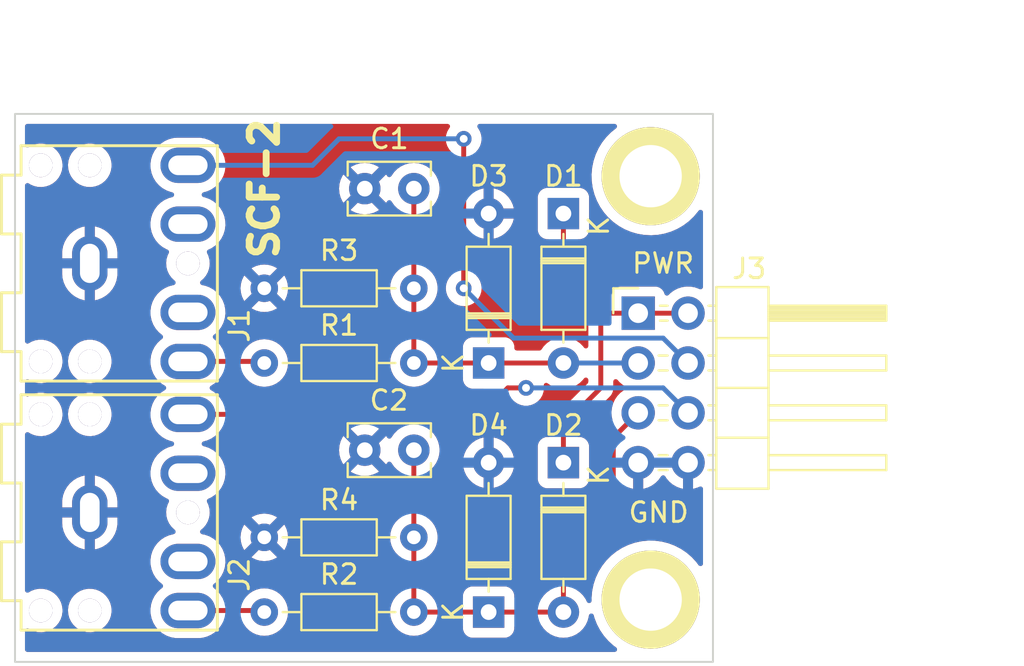
<source format=kicad_pcb>
(kicad_pcb (version 20211014) (generator pcbnew)
  (title_block (title "SCALE. CLIP. FILTER") (date "2022-09-24") (rev "1") (company "LAND BOARDS. LLC"))
  (layers (0 "F.Cu" signal) (31 "B.Cu" signal) (34 "B.Paste" user) (35 "F.Paste" user) (36 "B.SilkS" user "B.Silkscreen") (37 "F.SilkS" user "F.Silkscreen") (38 "B.Mask" user) (39 "F.Mask" user) (44 "Edge.Cuts" user))
  (net 0 "")
  (net 1 "/VP1")
  (net 2 "GND")
  (net 3 "/VP2")
  (net 4 "VCC")
  (net 5 "/VS1")
  (net 6 "Net-(J1-PadT)")
  (net 7 "/VS2")
  (net 8 "Net-(J2-PadT)")
  (footprint "LandBoards_Conns:Jack_3.5mm_CUI_SJ1-3523N_Horizontal" (layer "F.Cu") (at 111.76 33.02 90)
    (fp_text reference "J1" (at -3.175 7.62 90) (layer "F.SilkS"))
    (fp_text value "AudioJack3" hide)
    (fp_line (start -1.5 -4.5) (end -1.5 -3.5) (layer "F.SilkS") (width 0.15))
    (fp_line (start -4.5 -4.5) (end -1.5 -4.5) (layer "F.SilkS") (width 0.15))
    (fp_line (start -4.5 -3.5) (end -4.5 -4.5) (layer "F.SilkS") (width 0.15))
    (fp_line (start -6 6.5) (end 6 6.5) (layer "F.SilkS") (width 0.15))
    (fp_line (start -4.5 -3.5) (end -6 -3.5) (layer "F.SilkS") (width 0.15))
    (fp_line (start 4.5 -3.5) (end 6 -3.5) (layer "F.SilkS") (width 0.15))
    (fp_line (start 1.5 -4.5) (end 1.5 -3.5) (layer "F.SilkS") (width 0.15))
    (fp_line (start 4.5 -4.5) (end 1.5 -4.5) (layer "F.SilkS") (width 0.15))
    (fp_line (start -1.5 -3.5) (end 1.5 -3.5) (layer "F.SilkS") (width 0.15))
    (fp_line (start 6 6.5) (end 6 -3.5) (layer "F.SilkS") (width 0.15))
    (fp_line (start -6 6.5) (end -6 -3.5) (layer "F.SilkS") (width 0.15))
    (fp_line (start 4.5 -3.5) (end 4.5 -4.5) (layer "F.SilkS") (width 0.15))
    (pad "90" thru_hole circle (at -5 -2.5 90) (size 1.2 1.2) (drill 1.2) (layers *.Cu *.Mask))
    (pad "90" thru_hole circle (at 0 5 90) (size 1.2 1.2) (drill 1.2) (layers *.Cu *.Mask))
    (pad "90" thru_hole circle (at -5 0 90) (size 1.2 1.2) (drill 1.2) (layers *.Cu *.Mask))
    (pad "90" thru_hole circle (at 5 0 90) (size 1.2 1.2) (drill 1.2) (layers *.Cu *.Mask))
    (pad "90" thru_hole circle (at 5 -2.5 90) (size 1.2 1.2) (drill 1.2) (layers *.Cu *.Mask))
    (pad "R" thru_hole oval (at 5 5 180) (size 2.8 1.8) (drill oval 2 1) (layers *.Cu *.Mask) (net 5 "/VS1"))
    (pad "RN" thru_hole oval (at 2 5 180) (size 2.8 1.8) (drill oval 2 1) (layers *.Cu *.Mask))
    (pad "S" thru_hole oval (at 0 0 90) (size 2.8 1.8) (drill oval 2 1) (layers *.Cu *.Mask) (net 2 "GND"))
    (pad "T" thru_hole oval (at -5 5 180) (size 2.8 1.8) (drill oval 2 1) (layers *.Cu *.Mask) (net 6 "Net-(J1-PadT)"))
    (pad "TN" thru_hole oval (at -2.5 5 180) (size 2.8 1.8) (drill oval 2 1) (layers *.Cu *.Mask))
  )
  (footprint "Connector_PinHeader_2.54mm:PinHeader_2x04_P2.54mm_Horizontal" (layer "F.Cu") (at 139.7 35.56)
    (fp_text reference "J3" (at 5.655 -2.27) (layer "F.SilkS"))
    (fp_text value "Conn_01x08")
    (fp_line (start 12.64 5.46) (end 6.64 5.46) (layer "F.SilkS") (width 0.12))
    (fp_line (start 1.042929 2.92) (end 1.497071 2.92) (layer "F.SilkS") (width 0.12))
    (fp_line (start 3.582929 2.92) (end 3.98 2.92) (layer "F.SilkS") (width 0.12))
    (fp_line (start 6.64 -0.38) (end 12.64 -0.38) (layer "F.SilkS") (width 0.12))
    (fp_line (start 1.042929 8) (end 1.497071 8) (layer "F.SilkS") (width 0.12))
    (fp_line (start 3.98 3.81) (end 6.64 3.81) (layer "F.SilkS") (width 0.12))
    (fp_line (start 12.64 2.16) (end 12.64 2.92) (layer "F.SilkS") (width 0.12))
    (fp_line (start 6.64 -0.2) (end 12.64 -0.2) (layer "F.SilkS") (width 0.12))
    (fp_line (start 3.582929 7.24) (end 3.98 7.24) (layer "F.SilkS") (width 0.12))
    (fp_line (start 3.582929 8) (end 3.98 8) (layer "F.SilkS") (width 0.12))
    (fp_line (start 1.042929 4.7) (end 1.497071 4.7) (layer "F.SilkS") (width 0.12))
    (fp_line (start 3.98 1.27) (end 6.64 1.27) (layer "F.SilkS") (width 0.12))
    (fp_line (start 1.042929 7.24) (end 1.497071 7.24) (layer "F.SilkS") (width 0.12))
    (fp_line (start 1.042929 2.16) (end 1.497071 2.16) (layer "F.SilkS") (width 0.12))
    (fp_line (start 3.98 6.35) (end 6.64 6.35) (layer "F.SilkS") (width 0.12))
    (fp_line (start 12.64 7.24) (end 12.64 8) (layer "F.SilkS") (width 0.12))
    (fp_line (start 6.64 8.95) (end 6.64 -1.33) (layer "F.SilkS") (width 0.12))
    (fp_line (start 6.64 -0.32) (end 12.64 -0.32) (layer "F.SilkS") (width 0.12))
    (fp_line (start 6.64 0.28) (end 12.64 0.28) (layer "F.SilkS") (width 0.12))
    (fp_line (start 3.582929 4.7) (end 3.98 4.7) (layer "F.SilkS") (width 0.12))
    (fp_line (start 3.582929 -0.38) (end 3.98 -0.38) (layer "F.SilkS") (width 0.12))
    (fp_line (start -1.27 -1.27) (end 0 -1.27) (layer "F.SilkS") (width 0.12))
    (fp_line (start 3.98 8.95) (end 6.64 8.95) (layer "F.SilkS") (width 0.12))
    (fp_line (start 6.64 2.16) (end 12.64 2.16) (layer "F.SilkS") (width 0.12))
    (fp_line (start 1.11 0.38) (end 1.497071 0.38) (layer "F.SilkS") (width 0.12))
    (fp_line (start -1.27 0) (end -1.27 -1.27) (layer "F.SilkS") (width 0.12))
    (fp_line (start 1.11 -0.38) (end 1.497071 -0.38) (layer "F.SilkS") (width 0.12))
    (fp_line (start 6.64 -1.33) (end 3.98 -1.33) (layer "F.SilkS") (width 0.12))
    (fp_line (start 6.64 -0.08) (end 12.64 -0.08) (layer "F.SilkS") (width 0.12))
    (fp_line (start 12.64 2.92) (end 6.64 2.92) (layer "F.SilkS") (width 0.12))
    (fp_line (start 6.64 0.04) (end 12.64 0.04) (layer "F.SilkS") (width 0.12))
    (fp_line (start 6.64 0.16) (end 12.64 0.16) (layer "F.SilkS") (width 0.12))
    (fp_line (start 3.98 -1.33) (end 3.98 8.95) (layer "F.SilkS") (width 0.12))
    (fp_line (start 1.042929 5.46) (end 1.497071 5.46) (layer "F.SilkS") (width 0.12))
    (fp_line (start 12.64 0.38) (end 6.64 0.38) (layer "F.SilkS") (width 0.12))
    (fp_line (start 3.582929 0.38) (end 3.98 0.38) (layer "F.SilkS") (width 0.12))
    (fp_line (start 6.64 4.7) (end 12.64 4.7) (layer "F.SilkS") (width 0.12))
    (fp_line (start 12.64 -0.38) (end 12.64 0.38) (layer "F.SilkS") (width 0.12))
    (fp_line (start 12.64 4.7) (end 12.64 5.46) (layer "F.SilkS") (width 0.12))
    (fp_line (start 3.582929 2.16) (end 3.98 2.16) (layer "F.SilkS") (width 0.12))
    (fp_line (start 6.64 7.24) (end 12.64 7.24) (layer "F.SilkS") (width 0.12))
    (fp_line (start 3.582929 5.46) (end 3.98 5.46) (layer "F.SilkS") (width 0.12))
    (fp_line (start 12.64 8) (end 6.64 8) (layer "F.SilkS") (width 0.12))
    (pad "1" thru_hole rect (at 0 0) (size 1.7 1.7) (drill 1) (layers *.Cu *.Mask) (net 4 "VCC"))
    (pad "2" thru_hole oval (at 2.54 0) (size 1.7 1.7) (drill 1) (layers *.Cu *.Mask) (net 4 "VCC"))
    (pad "3" thru_hole oval (at 0 2.54) (size 1.7 1.7) (drill 1) (layers *.Cu *.Mask) (net 1 "/VP1"))
    (pad "4" thru_hole oval (at 2.54 2.54) (size 1.7 1.7) (drill 1) (layers *.Cu *.Mask) (net 5 "/VS1"))
    (pad "5" thru_hole oval (at 0 5.08) (size 1.7 1.7) (drill 1) (layers *.Cu *.Mask) (net 3 "/VP2"))
    (pad "6" thru_hole oval (at 2.54 5.08) (size 1.7 1.7) (drill 1) (layers *.Cu *.Mask) (net 7 "/VS2"))
    (pad "7" thru_hole oval (at 0 7.62) (size 1.7 1.7) (drill 1) (layers *.Cu *.Mask) (net 2 "GND"))
    (pad "8" thru_hole oval (at 2.54 7.62) (size 1.7 1.7) (drill 1) (layers *.Cu *.Mask) (net 2 "GND"))
  )
  (footprint "Diode_THT:D_DO-35_SOD27_P7.62mm_Horizontal" (layer "F.Cu") (at 135.89 43.18 -90)
    (fp_text reference "D2" (at -1.905 0 180) (layer "F.SilkS"))
    (fp_text value "BAT41")
    (fp_text user "K" (at 0.635 -1.8 90) (layer "F.SilkS"))
    (fp_line (start 1.69 -1.12) (end 1.69 1.12) (layer "F.SilkS") (width 0.12))
    (fp_line (start 6.58 0) (end 5.93 0) (layer "F.SilkS") (width 0.12))
    (fp_line (start 2.53 -1.12) (end 2.53 1.12) (layer "F.SilkS") (width 0.12))
    (fp_line (start 1.04 0) (end 1.69 0) (layer "F.SilkS") (width 0.12))
    (fp_line (start 1.69 1.12) (end 5.93 1.12) (layer "F.SilkS") (width 0.12))
    (fp_line (start 5.93 1.12) (end 5.93 -1.12) (layer "F.SilkS") (width 0.12))
    (fp_line (start 5.93 -1.12) (end 1.69 -1.12) (layer "F.SilkS") (width 0.12))
    (fp_line (start 2.41 -1.12) (end 2.41 1.12) (layer "F.SilkS") (width 0.12))
    (fp_line (start 2.29 -1.12) (end 2.29 1.12) (layer "F.SilkS") (width 0.12))
    (pad "1" thru_hole rect (at 0 0 270) (size 1.6 1.6) (drill 0.8) (layers *.Cu *.Mask) (net 4 "VCC"))
    (pad "2" thru_hole oval (at 7.62 0 270) (size 1.6 1.6) (drill 0.8) (layers *.Cu *.Mask) (net 3 "/VP2"))
  )
  (footprint "Resistor_THT:R_Axial_DIN0204_L3.6mm_D1.6mm_P7.62mm_Horizontal" (layer "F.Cu") (at 120.65 38.1)
    (fp_text reference "R1" (at 3.81 -1.92) (layer "F.SilkS"))
    (fp_text value "220K")
    (fp_line (start 0.94 0) (end 1.89 0) (layer "F.SilkS") (width 0.12))
    (fp_line (start 1.89 0.92) (end 5.73 0.92) (layer "F.SilkS") (width 0.12))
    (fp_line (start 1.89 -0.92) (end 1.89 0.92) (layer "F.SilkS") (width 0.12))
    (fp_line (start 6.68 0) (end 5.73 0) (layer "F.SilkS") (width 0.12))
    (fp_line (start 5.73 0.92) (end 5.73 -0.92) (layer "F.SilkS") (width 0.12))
    (fp_line (start 5.73 -0.92) (end 1.89 -0.92) (layer "F.SilkS") (width 0.12))
    (pad "1" thru_hole circle (at 0 0) (size 1.4 1.4) (drill 0.7) (layers *.Cu *.Mask) (net 6 "Net-(J1-PadT)"))
    (pad "2" thru_hole oval (at 7.62 0) (size 1.4 1.4) (drill 0.7) (layers *.Cu *.Mask) (net 1 "/VP1"))
  )
  (footprint "Capacitor_THT:C_Rect_L4.0mm_W2.5mm_P2.50mm" (layer "F.Cu") (at 128.27 29.21 180)
    (fp_text reference "C1" (at 1.25 2.54) (layer "F.SilkS"))
    (fp_text value "0.01uF")
    (fp_line (start -0.87 1.37) (end 3.37 1.37) (layer "F.SilkS") (width 0.12))
    (fp_line (start -0.87 -1.37) (end -0.87 -0.665) (layer "F.SilkS") (width 0.12))
    (fp_line (start 3.37 0.665) (end 3.37 1.37) (layer "F.SilkS") (width 0.12))
    (fp_line (start -0.87 0.665) (end -0.87 1.37) (layer "F.SilkS") (width 0.12))
    (fp_line (start 3.37 -1.37) (end 3.37 -0.665) (layer "F.SilkS") (width 0.12))
    (fp_line (start -0.87 -1.37) (end 3.37 -1.37) (layer "F.SilkS") (width 0.12))
    (pad "1" thru_hole circle (at 0 0 180) (size 1.6 1.6) (drill 0.8) (layers *.Cu *.Mask) (net 1 "/VP1"))
    (pad "2" thru_hole circle (at 2.5 0 180) (size 1.6 1.6) (drill 0.8) (layers *.Cu *.Mask) (net 2 "GND"))
  )
  (footprint "LandBoards_MountHoles:MTG-4-40-SMALL" (layer "F.Cu") (at 140.335 50.165)
    (fp_text reference "H1" hide)
    (fp_text value "MountingHole" hide)
    (pad "1" thru_hole circle locked (at 0 0) (size 5 5) (drill 3.175) (layers *.Cu *.Mask "F.SilkS"))
  )
  (footprint "Diode_THT:D_DO-35_SOD27_P7.62mm_Horizontal" (layer "F.Cu") (at 135.89 30.48 -90)
    (fp_text reference "D1" (at -1.905 0 180) (layer "F.SilkS"))
    (fp_text value "BAT41")
    (fp_text user "K" (at 0.635 -1.8 90) (layer "F.SilkS"))
    (fp_line (start 1.69 1.12) (end 5.93 1.12) (layer "F.SilkS") (width 0.12))
    (fp_line (start 2.41 -1.12) (end 2.41 1.12) (layer "F.SilkS") (width 0.12))
    (fp_line (start 2.53 -1.12) (end 2.53 1.12) (layer "F.SilkS") (width 0.12))
    (fp_line (start 5.93 -1.12) (end 1.69 -1.12) (layer "F.SilkS") (width 0.12))
    (fp_line (start 5.93 1.12) (end 5.93 -1.12) (layer "F.SilkS") (width 0.12))
    (fp_line (start 1.04 0) (end 1.69 0) (layer "F.SilkS") (width 0.12))
    (fp_line (start 6.58 0) (end 5.93 0) (layer "F.SilkS") (width 0.12))
    (fp_line (start 1.69 -1.12) (end 1.69 1.12) (layer "F.SilkS") (width 0.12))
    (fp_line (start 2.29 -1.12) (end 2.29 1.12) (layer "F.SilkS") (width 0.12))
    (pad "1" thru_hole rect (at 0 0 270) (size 1.6 1.6) (drill 0.8) (layers *.Cu *.Mask) (net 4 "VCC"))
    (pad "2" thru_hole oval (at 7.62 0 270) (size 1.6 1.6) (drill 0.8) (layers *.Cu *.Mask) (net 1 "/VP1"))
  )
  (footprint "Resistor_THT:R_Axial_DIN0204_L3.6mm_D1.6mm_P7.62mm_Horizontal" (layer "F.Cu") (at 120.65 50.8)
    (fp_text reference "R2" (at 3.81 -1.92) (layer "F.SilkS"))
    (fp_text value "220K")
    (fp_line (start 6.68 0) (end 5.73 0) (layer "F.SilkS") (width 0.12))
    (fp_line (start 5.73 -0.92) (end 1.89 -0.92) (layer "F.SilkS") (width 0.12))
    (fp_line (start 5.73 0.92) (end 5.73 -0.92) (layer "F.SilkS") (width 0.12))
    (fp_line (start 1.89 0.92) (end 5.73 0.92) (layer "F.SilkS") (width 0.12))
    (fp_line (start 0.94 0) (end 1.89 0) (layer "F.SilkS") (width 0.12))
    (fp_line (start 1.89 -0.92) (end 1.89 0.92) (layer "F.SilkS") (width 0.12))
    (pad "1" thru_hole circle (at 0 0) (size 1.4 1.4) (drill 0.7) (layers *.Cu *.Mask) (net 8 "Net-(J2-PadT)"))
    (pad "2" thru_hole oval (at 7.62 0) (size 1.4 1.4) (drill 0.7) (layers *.Cu *.Mask) (net 3 "/VP2"))
  )
  (footprint "Diode_THT:D_DO-35_SOD27_P7.62mm_Horizontal" (layer "F.Cu") (at 132.08 38.1 90)
    (fp_text reference "D3" (at 9.525 0 180) (layer "F.SilkS"))
    (fp_text value "BAT41")
    (fp_text user "K" (at 0 -1.8 90) (layer "F.SilkS"))
    (fp_line (start 2.29 -1.12) (end 2.29 1.12) (layer "F.SilkS") (width 0.12))
    (fp_line (start 5.93 -1.12) (end 1.69 -1.12) (layer "F.SilkS") (width 0.12))
    (fp_line (start 6.58 0) (end 5.93 0) (layer "F.SilkS") (width 0.12))
    (fp_line (start 1.04 0) (end 1.69 0) (layer "F.SilkS") (width 0.12))
    (fp_line (start 2.41 -1.12) (end 2.41 1.12) (layer "F.SilkS") (width 0.12))
    (fp_line (start 1.69 -1.12) (end 1.69 1.12) (layer "F.SilkS") (width 0.12))
    (fp_line (start 5.93 1.12) (end 5.93 -1.12) (layer "F.SilkS") (width 0.12))
    (fp_line (start 2.53 -1.12) (end 2.53 1.12) (layer "F.SilkS") (width 0.12))
    (fp_line (start 1.69 1.12) (end 5.93 1.12) (layer "F.SilkS") (width 0.12))
    (pad "1" thru_hole rect (at 0 0 90) (size 1.6 1.6) (drill 0.8) (layers *.Cu *.Mask) (net 1 "/VP1"))
    (pad "2" thru_hole oval (at 7.62 0 90) (size 1.6 1.6) (drill 0.8) (layers *.Cu *.Mask) (net 2 "GND"))
  )
  (footprint "LandBoards_Conns:Jack_3.5mm_CUI_SJ1-3523N_Horizontal" (layer "F.Cu") (at 111.76 45.72 90)
    (fp_text reference "J2" (at -3.175 7.62 90) (layer "F.SilkS"))
    (fp_text value "AudioJack3" hide)
    (fp_line (start 4.5 -3.5) (end 4.5 -4.5) (layer "F.SilkS") (width 0.15))
    (fp_line (start 6 6.5) (end 6 -3.5) (layer "F.SilkS") (width 0.15))
    (fp_line (start 4.5 -3.5) (end 6 -3.5) (layer "F.SilkS") (width 0.15))
    (fp_line (start -1.5 -3.5) (end 1.5 -3.5) (layer "F.SilkS") (width 0.15))
    (fp_line (start -6 6.5) (end 6 6.5) (layer "F.SilkS") (width 0.15))
    (fp_line (start -6 6.5) (end -6 -3.5) (layer "F.SilkS") (width 0.15))
    (fp_line (start -4.5 -3.5) (end -6 -3.5) (layer "F.SilkS") (width 0.15))
    (fp_line (start -4.5 -4.5) (end -1.5 -4.5) (layer "F.SilkS") (width 0.15))
    (fp_line (start -4.5 -3.5) (end -4.5 -4.5) (layer "F.SilkS") (width 0.15))
    (fp_line (start 1.5 -4.5) (end 1.5 -3.5) (layer "F.SilkS") (width 0.15))
    (fp_line (start 4.5 -4.5) (end 1.5 -4.5) (layer "F.SilkS") (width 0.15))
    (fp_line (start -1.5 -4.5) (end -1.5 -3.5) (layer "F.SilkS") (width 0.15))
    (pad "90" thru_hole circle (at -5 -2.5 90) (size 1.2 1.2) (drill 1.2) (layers *.Cu *.Mask))
    (pad "90" thru_hole circle (at 5 -2.5 90) (size 1.2 1.2) (drill 1.2) (layers *.Cu *.Mask))
    (pad "90" thru_hole circle (at 0 5 90) (size 1.2 1.2) (drill 1.2) (layers *.Cu *.Mask))
    (pad "90" thru_hole circle (at 5 0 90) (size 1.2 1.2) (drill 1.2) (layers *.Cu *.Mask))
    (pad "90" thru_hole circle (at -5 0 90) (size 1.2 1.2) (drill 1.2) (layers *.Cu *.Mask))
    (pad "R" thru_hole oval (at 5 5 180) (size 2.8 1.8) (drill oval 2 1) (layers *.Cu *.Mask) (net 7 "/VS2"))
    (pad "RN" thru_hole oval (at 2 5 180) (size 2.8 1.8) (drill oval 2 1) (layers *.Cu *.Mask))
    (pad "S" thru_hole oval (at 0 0 90) (size 2.8 1.8) (drill oval 2 1) (layers *.Cu *.Mask) (net 2 "GND"))
    (pad "T" thru_hole oval (at -5 5 180) (size 2.8 1.8) (drill oval 2 1) (layers *.Cu *.Mask) (net 8 "Net-(J2-PadT)"))
    (pad "TN" thru_hole oval (at -2.5 5 180) (size 2.8 1.8) (drill oval 2 1) (layers *.Cu *.Mask))
  )
  (footprint "Capacitor_THT:C_Rect_L4.0mm_W2.5mm_P2.50mm" (layer "F.Cu") (at 128.27 42.545 180)
    (fp_text reference "C2" (at 1.27 2.54) (layer "F.SilkS"))
    (fp_text value "0.01uF")
    (fp_line (start 3.37 0.665) (end 3.37 1.37) (layer "F.SilkS") (width 0.12))
    (fp_line (start -0.87 -1.37) (end -0.87 -0.665) (layer "F.SilkS") (width 0.12))
    (fp_line (start 3.37 -1.37) (end 3.37 -0.665) (layer "F.SilkS") (width 0.12))
    (fp_line (start -0.87 -1.37) (end 3.37 -1.37) (layer "F.SilkS") (width 0.12))
    (fp_line (start -0.87 0.665) (end -0.87 1.37) (layer "F.SilkS") (width 0.12))
    (fp_line (start -0.87 1.37) (end 3.37 1.37) (layer "F.SilkS") (width 0.12))
    (pad "1" thru_hole circle (at 0 0 180) (size 1.6 1.6) (drill 0.8) (layers *.Cu *.Mask) (net 3 "/VP2"))
    (pad "2" thru_hole circle (at 2.5 0 180) (size 1.6 1.6) (drill 0.8) (layers *.Cu *.Mask) (net 2 "GND"))
  )
  (footprint "Resistor_THT:R_Axial_DIN0204_L3.6mm_D1.6mm_P7.62mm_Horizontal" (layer "F.Cu") (at 120.65 34.29)
    (fp_text reference "R3" (at 3.81 -1.92) (layer "F.SilkS"))
    (fp_text value "330K")
    (fp_line (start 5.73 -0.92) (end 1.89 -0.92) (layer "F.SilkS") (width 0.12))
    (fp_line (start 1.89 -0.92) (end 1.89 0.92) (layer "F.SilkS") (width 0.12))
    (fp_line (start 1.89 0.92) (end 5.73 0.92) (layer "F.SilkS") (width 0.12))
    (fp_line (start 0.94 0) (end 1.89 0) (layer "F.SilkS") (width 0.12))
    (fp_line (start 5.73 0.92) (end 5.73 -0.92) (layer "F.SilkS") (width 0.12))
    (fp_line (start 6.68 0) (end 5.73 0) (layer "F.SilkS") (width 0.12))
    (pad "1" thru_hole circle (at 0 0) (size 1.4 1.4) (drill 0.7) (layers *.Cu *.Mask) (net 2 "GND"))
    (pad "2" thru_hole oval (at 7.62 0) (size 1.4 1.4) (drill 0.7) (layers *.Cu *.Mask) (net 1 "/VP1"))
  )
  (footprint "LandBoards_MountHoles:MTG-4-40-SMALL" (layer "F.Cu") (at 140.335 28.575)
    (fp_text reference "H2" hide)
    (fp_text value "MountingHole" hide)
    (pad "1" thru_hole circle locked (at 0 0) (size 5 5) (drill 3.175) (layers *.Cu *.Mask "F.SilkS"))
  )
  (footprint "Resistor_THT:R_Axial_DIN0204_L3.6mm_D1.6mm_P7.62mm_Horizontal" (layer "F.Cu") (at 120.65 46.99)
    (fp_text reference "R4" (at 3.81 -1.905) (layer "F.SilkS"))
    (fp_text value "330K")
    (fp_line (start 5.73 -0.92) (end 1.89 -0.92) (layer "F.SilkS") (width 0.12))
    (fp_line (start 5.73 0.92) (end 5.73 -0.92) (layer "F.SilkS") (width 0.12))
    (fp_line (start 6.68 0) (end 5.73 0) (layer "F.SilkS") (width 0.12))
    (fp_line (start 1.89 0.92) (end 5.73 0.92) (layer "F.SilkS") (width 0.12))
    (fp_line (start 1.89 -0.92) (end 1.89 0.92) (layer "F.SilkS") (width 0.12))
    (fp_line (start 0.94 0) (end 1.89 0) (layer "F.SilkS") (width 0.12))
    (pad "1" thru_hole circle (at 0 0) (size 1.4 1.4) (drill 0.7) (layers *.Cu *.Mask) (net 2 "GND"))
    (pad "2" thru_hole oval (at 7.62 0) (size 1.4 1.4) (drill 0.7) (layers *.Cu *.Mask) (net 3 "/VP2"))
  )
  (footprint "Diode_THT:D_DO-35_SOD27_P7.62mm_Horizontal" (layer "F.Cu") (at 132.08 50.8 90)
    (fp_text reference "D4" (at 9.525 0 180) (layer "F.SilkS"))
    (fp_text value "BAT41")
    (fp_text user "K" (at 0 -1.8 90) (layer "F.SilkS"))
    (fp_line (start 1.04 0) (end 1.69 0) (layer "F.SilkS") (width 0.12))
    (fp_line (start 5.93 -1.12) (end 1.69 -1.12) (layer "F.SilkS") (width 0.12))
    (fp_line (start 2.41 -1.12) (end 2.41 1.12) (layer "F.SilkS") (width 0.12))
    (fp_line (start 1.69 1.12) (end 5.93 1.12) (layer "F.SilkS") (width 0.12))
    (fp_line (start 2.53 -1.12) (end 2.53 1.12) (layer "F.SilkS") (width 0.12))
    (fp_line (start 6.58 0) (end 5.93 0) (layer "F.SilkS") (width 0.12))
    (fp_line (start 2.29 -1.12) (end 2.29 1.12) (layer "F.SilkS") (width 0.12))
    (fp_line (start 1.69 -1.12) (end 1.69 1.12) (layer "F.SilkS") (width 0.12))
    (fp_line (start 5.93 1.12) (end 5.93 -1.12) (layer "F.SilkS") (width 0.12))
    (pad "1" thru_hole rect (at 0 0 90) (size 1.6 1.6) (drill 0.8) (layers *.Cu *.Mask) (net 3 "/VP2"))
    (pad "2" thru_hole oval (at 7.62 0 90) (size 1.6 1.6) (drill 0.8) (layers *.Cu *.Mask) (net 2 "GND"))
  )
  (gr_rect (start 107.95 25.4) (end 143.51 53.34) (layer "Edge.Cuts") (width 0.1) (fill none))
  (gr_text "PWR" (at 140.97 33.02) (layer "F.SilkS") (effects (font (size 1 1))))
  (gr_text "SCF-2" (at 120.65 29.21 90) (layer "F.SilkS") (effects (font (size 1.397 1.397) (thickness 0.34925))))
  (gr_text "GND" (at 140.742929 45.72) (layer "F.SilkS") (effects (font (size 1 1))))
  (segment (start 128.27 29.21) (end 128.27 34.29) (width 0.25) (layer "F.Cu") (net 1))
  (segment (start 128.27 38.1) (end 128.27 34.29) (width 0.25) (layer "F.Cu") (net 1))
  (segment (start 132.08 38.1) (end 135.89 38.1) (width 0.25) (layer "F.Cu") (net 1))
  (segment (start 128.27 38.1) (end 132.08 38.1) (width 0.25) (layer "F.Cu") (net 1))
  (segment (start 135.89 38.1) (end 139.7 38.1) (width 0.25) (layer "B.Cu") (net 1))
  (segment (start 132.08 50.8) (end 135.89 50.8) (width 0.25) (layer "F.Cu") (net 3))
  (segment (start 128.27 50.8) (end 128.27 46.99) (width 0.25) (layer "F.Cu") (net 3))
  (segment (start 128.27 50.8) (end 132.08 50.8) (width 0.25) (layer "F.Cu") (net 3))
  (segment (start 138.43 41.91) (end 139.7 40.64) (width 0.25) (layer "F.Cu") (net 3))
  (segment (start 128.27 43.18) (end 128.27 46.99) (width 0.25) (layer "F.Cu") (net 3))
  (segment (start 135.89 50.8) (end 135.89 46.99) (width 0.25) (layer "F.Cu") (net 3))
  (segment (start 135.89 46.99) (end 138.43 44.45) (width 0.25) (layer "F.Cu") (net 3))
  (segment (start 138.43 44.45) (end 138.43 41.91) (width 0.25) (layer "F.Cu") (net 3))
  (segment (start 137.795 34.29) (end 135.89 32.385) (width 0.25) (layer "F.Cu") (net 4))
  (segment (start 139.7 35.56) (end 142.24 35.56) (width 0.25) (layer "F.Cu") (net 4))
  (segment (start 139.7 35.56) (end 137.795 35.56) (width 0.25) (layer "F.Cu") (net 4))
  (segment (start 135.89 32.385) (end 135.89 30.48) (width 0.25) (layer "F.Cu") (net 4))
  (segment (start 137.795 35.56) (end 137.795 34.29) (width 0.25) (layer "F.Cu") (net 4))
  (segment (start 137.795 39.37) (end 137.795 35.56) (width 0.25) (layer "F.Cu") (net 4))
  (segment (start 135.89 43.18) (end 135.89 41.275) (width 0.25) (layer "F.Cu") (net 4))
  (segment (start 135.89 41.275) (end 137.795 39.37) (width 0.25) (layer "F.Cu") (net 4))
  (segment (start 130.81 26.67) (end 130.81 34.29) (width 0.25) (layer "F.Cu") (net 5))
  (via (at 130.81 26.67) (size 0.8) (drill 0.4) (layers "F.Cu" "B.Cu") (net 5))
  (via (at 130.81 34.29) (size 0.8) (drill 0.4) (layers "F.Cu" "B.Cu") (net 5))
  (segment (start 123.11 28.02) (end 124.46 26.67) (width 0.25) (layer "B.Cu") (net 5))
  (segment (start 124.46 26.67) (end 130.81 26.67) (width 0.25) (layer "B.Cu") (net 5))
  (segment (start 140.97 36.83) (end 142.24 38.1) (width 0.25) (layer "B.Cu") (net 5))
  (segment (start 130.81 34.29) (end 133.35 36.83) (width 0.25) (layer "B.Cu") (net 5))
  (segment (start 133.35 36.83) (end 140.97 36.83) (width 0.25) (layer "B.Cu") (net 5))
  (segment (start 116.76 28.02) (end 123.11 28.02) (width 0.25) (layer "B.Cu") (net 5))
  (segment (start 116.76 38.02) (end 120.57 38.02) (width 0.25) (layer "F.Cu") (net 6))
  (segment (start 116.76 40.72) (end 131.709022 40.72) (width 0.25) (layer "F.Cu") (net 7))
  (segment (start 131.709022 40.72) (end 133.059022 39.37) (width 0.25) (layer "F.Cu") (net 7))
  (segment (start 133.059022 39.37) (end 133.985 39.37) (width 0.25) (layer "F.Cu") (net 7))
  (via (at 133.985 39.37) (size 0.8) (drill 0.4) (layers "F.Cu" "B.Cu") (net 7))
  (segment (start 140.97 39.37) (end 142.24 40.64) (width 0.25) (layer "B.Cu") (net 7))
  (segment (start 133.985 39.37) (end 140.97 39.37) (width 0.25) (layer "B.Cu") (net 7))
  (segment (start 116.76 50.72) (end 120.57 50.72) (width 0.25) (layer "F.Cu") (net 8))
  (zone (net 2) (net_name "GND") (layer "F.Cu") (connect_pads (clearance 0.508)) (min_thickness 0.254) (fill yes (thermal_gap 0.508) (thermal_bridge_width 0.508))
    (polygon (pts (xy 143.51 53.34) (xy 107.95 53.34) (xy 107.95 25.4) (xy 143.51 25.4)))
  )
  (zone (net 2) (net_name "GND") (layer "B.Cu") (connect_pads (clearance 0.508)) (min_thickness 0.254) (fill yes (thermal_gap 0.508) (thermal_bridge_width 0.508))
    (polygon (pts (xy 143.51 53.34) (xy 107.95 53.34) (xy 107.95 25.4) (xy 143.51 25.4)))
  )
)
</source>
